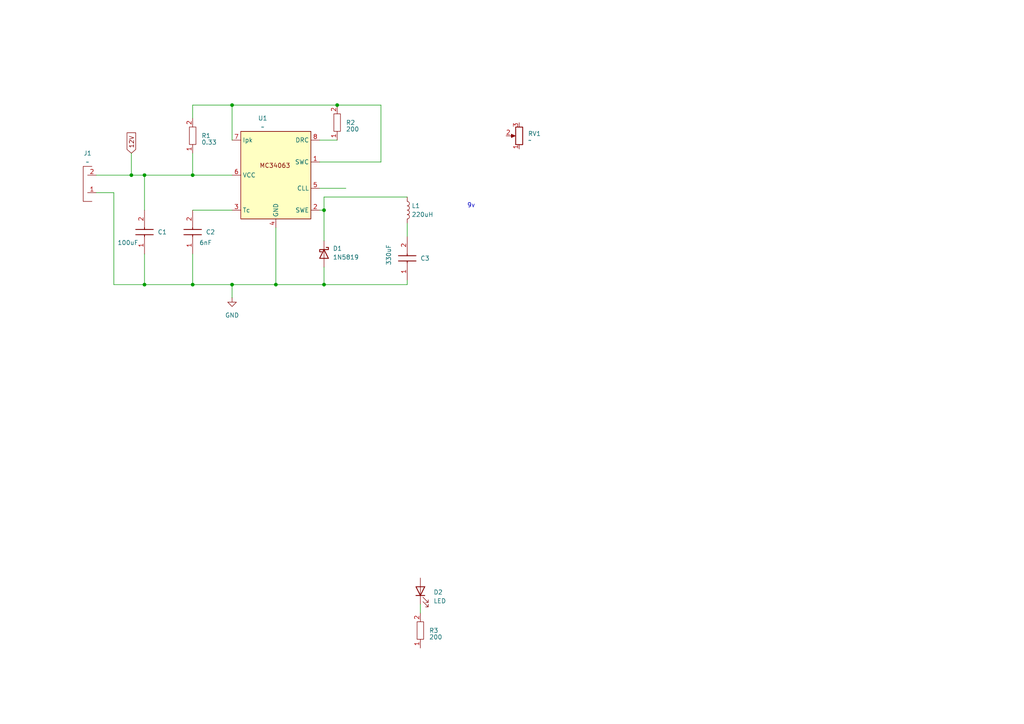
<source format=kicad_sch>
(kicad_sch (version 20250114) (generator "eeschema") (generator_version "9.0")
  (paper "A4")
  (lib_symbols
    (symbol "Device:L" (pin_numbers (hide yes)) (pin_names (offset 1.016) (hide yes))
      (property "Reference" "L" (at -1.27 0 90))
      (property "Value" "L" (at 1.905 0 90))
      (symbol "L_0_1"
        (arc (start 0 2.54) (mid 0.6323 1.905) (end 0 1.27))
        (arc (start 0 1.27) (mid 0.6323 0.635) (end 0 0))
        (arc (start 0 0) (mid 0.6323 -0.635) (end 0 -1.27))
        (arc (start 0 -1.27) (mid 0.6323 -1.905) (end 0 -2.54))
      )
      (symbol "L_1_1"
        (pin passive line (at 0 3.81 270) (length 1.27) (name "1") (number "1"))
        (pin passive line (at 0 -3.81 90) (length 1.27) (name "2") (number "2"))
      )
    )
    (symbol "My_Lib:1N5819" (pin_numbers (hide yes)) (pin_names (offset 1.016) (hide yes))
      (property "Reference" "D2" (at -0.3175 6.35 0))
      (property "Value" "1N5819" (at -0.3175 3.81 0))
      (symbol "1N5819_0_1"
        (polyline (pts (xy -1.905 0.635) (xy -1.905 1.27) (xy -1.27 1.27) (xy -1.27 -1.27) (xy -0.635 -1.27) (xy -0.635 -0.635)) (stroke (width 0.254)))
        (polyline (pts (xy 1.27 1.27) (xy 1.27 -1.27) (xy -1.27 0) (xy 1.27 1.27)) (stroke (width 0.254)))
        (polyline (pts (xy 1.27 0) (xy -1.27 0)))
      )
      (symbol "1N5819_1_1"
        (pin passive line (at -3.81 0 0) (length 2.54) (name "K") (number "1"))
        (pin passive line (at 3.81 0 180) (length 2.54) (name "A") (number "2"))
      )
    )
    (symbol "My_Lib:C - 564R60GAD10" (pin_names (hide yes))
      (property "Reference" "C" (at 5.334 6.858 0))
      (symbol "C - 564R60GAD10_1_1"
        (polyline (pts (xy 5.08 0) (xy 5.588 0)) (stroke (width 0.254)))
        (polyline (pts (xy 5.588 2.54) (xy 5.588 -2.54)) (stroke (width 0.254)))
        (polyline (pts (xy 7.112 2.54) (xy 7.112 -2.54)) (stroke (width 0.254)))
        (polyline (pts (xy 7.112 0) (xy 7.62 0)) (stroke (width 0.254)))
        (pin passive line (at 0 0 0) (length 5.08) (name "1") (number "1"))
        (pin passive line (at 12.7 0 180) (length 5.08) (name "2") (number "2"))
      )
    )
    (symbol "My_Lib:DC-DC MC34063"
      (property "Reference" "U" (at 13.97 1.524 0))
      (symbol "DC-DC MC34063_0_1"
        (rectangle (start 0 0) (end 20.32 -25.4))
      )
      (symbol "DC-DC MC34063_1_1"
        (text "MC34063" (at 9.906 -9.906 0) (effects (font (size 1.27 1.27))))
        (text_box "" (at 0 0 0) (size 20.32 -25.4) (margins 1.016 1.016 1.016 1.016) (fill (type color) (color 255 255 194 1)) (effects (font (size 1.27 1.27)) (justify left top)))
        (pin output line (at -2.54 -2.54 0) (length 2.54) (name "Ipk") (number "7"))
        (pin input line (at -2.54 -12.7 0) (length 2.54) (name "VCC") (number "6"))
        (pin passive line (at -2.54 -22.86 0) (length 2.54) (name "Tc") (number "3"))
        (pin passive line (at 10.16 -27.94 90) (length 2.54) (name "GND") (number "4"))
        (pin output line (at 22.86 -2.54 180) (length 2.54) (name "DRC") (number "8"))
        (pin output line (at 22.86 -8.89 180) (length 2.54) (name "SWC") (number "1"))
        (pin input line (at 22.86 -16.51 180) (length 2.54) (name "CLL") (number "5"))
        (pin output line (at 22.86 -22.86 180) (length 2.54) (name "SWE") (number "2"))
      )
    )
    (symbol "My_Lib:LED" (pin_numbers (hide yes)) (pin_names (offset 1.016) (hide yes))
      (property "Reference" "D3" (at -1.5875 -7.62 0))
      (property "Value" "LED" (at -1.5875 -5.08 0))
      (symbol "LED_0_1"
        (polyline (pts (xy -3.048 -0.762) (xy -4.572 -2.286) (xy -3.81 -2.286) (xy -4.572 -2.286) (xy -4.572 -1.524)))
        (polyline (pts (xy -1.778 -0.762) (xy -3.302 -2.286) (xy -2.54 -2.286) (xy -3.302 -2.286) (xy -3.302 -1.524)))
        (polyline (pts (xy -1.27 0) (xy 1.27 0)))
        (polyline (pts (xy -1.27 -1.27) (xy -1.27 1.27)) (stroke (width 0.254)))
        (polyline (pts (xy 1.27 -1.27) (xy 1.27 1.27) (xy -1.27 0) (xy 1.27 -1.27)) (stroke (width 0.254)))
      )
      (symbol "LED_1_1"
        (pin passive line (at -3.81 0 0) (length 2.54) (name "K") (number "1"))
        (pin passive line (at 3.81 0 180) (length 2.54) (name "A") (number "2"))
      )
    )
    (symbol "My_Lib:R - CF100-3K3-J-TB-070-62" (pin_names (offset 0.762))
      (property "Reference" "R" (at 6.604 3.048 0))
      (symbol "R - CF100-3K3-J-TB-070-62_0_1"
        (rectangle (start 5.08 0.9525) (end 10.16 -0.9525))
      )
      (symbol "R - CF100-3K3-J-TB-070-62_1_0"
        (pin passive line (at 2.54 0 0) (length 2.54) (name "~") (number "1"))
        (pin passive line (at 12.7 0 180) (length 2.54) (name "~") (number "2"))
      )
    )
    (symbol "My_Lib:R_Potentiometer" (pin_names (offset 1.016) (hide yes))
      (property "Reference" "RV1" (at -2.54 1.2701 0))
      (symbol "R_Potentiometer_0_1"
        (rectangle (start 1.016 2.54) (end -1.016 -2.54) (stroke (width 0.254)))
        (polyline (pts (xy 1.143 0) (xy 2.286 0.508) (xy 2.286 -0.508) (xy 1.143 0)) (fill (type outline)))
        (polyline (pts (xy 2.54 0) (xy 1.524 0)))
      )
      (symbol "R_Potentiometer_1_1"
        (pin passive line (at 0 3.81 270) (length 1.27) (name "1") (number "1"))
        (pin passive line (at 0 -3.81 90) (length 1.27) (name "3") (number "3"))
        (pin passive line (at 3.81 0 180) (length 1.27) (name "2") (number "2"))
      )
    )
    (symbol "My_Lib:TB-09A"
      (property "Reference" "J1" (at 8.89 -1.27 90))
      (property "Value" "~" (at 6.35 -1.27 90))
      (symbol "TB-09A_0_1"
        (polyline (pts (xy 5.08 -2.54) (xy 5.08 0) (xy -5.08 0) (xy -5.08 -2.54)))
      )
      (symbol "TB-09A_1_1"
        (pin power_in line (at -2.54 -3.81 90) (length 2.54) (name "") (number "1"))
        (pin power_in line (at 2.54 -3.81 90) (length 2.54) (name "") (number "2"))
      )
    )
    (symbol "power:GND" (power) (pin_numbers (hide yes)) (pin_names (offset 0) (hide yes))
      (property "Value" "GND" (at 0 -3.81 0))
      (symbol "GND_0_1"
        (polyline (pts (xy 0 0) (xy 0 -1.27) (xy 1.27 -1.27) (xy 0 -2.54) (xy -1.27 -1.27) (xy 0 -1.27)))
      )
      (symbol "GND_1_1"
        (pin power_in line (at 0 0 270) (length 0) (name "~") (number "1"))
      )
    )
  )
  (text "9v" (at 136.652 59.69 0) (effects (font (size 1.27 1.27))))
  (junction (at 41.91 50.8))
  (junction (at 67.31 30.48))
  (junction (at 67.31 82.55))
  (junction (at 55.88 82.55))
  (junction (at 93.98 82.55))
  (junction (at 38.1 50.8))
  (junction (at 97.79 30.48))
  (junction (at 93.98 60.96))
  (junction (at 41.91 82.55))
  (junction (at 55.88 50.8))
  (junction (at 80.01 82.55))
  (wire (pts (xy 80.01 82.55) (xy 93.98 82.55)))
  (wire (pts (xy 41.91 50.8) (xy 41.91 60.96)))
  (wire (pts (xy 67.31 86.36) (xy 67.31 82.55)))
  (wire (pts (xy 67.31 82.55) (xy 55.88 82.55)))
  (wire (pts (xy 93.98 77.47) (xy 93.98 82.55)))
  (wire (pts (xy 41.91 73.66) (xy 41.91 82.55)))
  (wire (pts (xy 92.71 40.64) (xy 97.79 40.64)))
  (wire (pts (xy 33.02 55.88) (xy 33.02 82.55)))
  (wire (pts (xy 121.92 175.26) (xy 121.92 177.8)))
  (wire (pts (xy 118.11 82.55) (xy 118.11 81.28)))
  (wire (pts (xy 67.31 50.8) (xy 55.88 50.8)))
  (wire (pts (xy 93.98 57.15) (xy 93.98 60.96)))
  (wire (pts (xy 55.88 30.48) (xy 55.88 34.29)))
  (wire (pts (xy 93.98 82.55) (xy 118.11 82.55)))
  (wire (pts (xy 33.02 82.55) (xy 41.91 82.55)))
  (wire (pts (xy 38.1 50.8) (xy 41.91 50.8)))
  (wire (pts (xy 92.71 46.99) (xy 110.49 46.99)))
  (wire (pts (xy 33.02 55.88) (xy 27.94 55.88)))
  (wire (pts (xy 27.94 50.8) (xy 38.1 50.8)))
  (wire (pts (xy 97.79 30.48) (xy 110.49 30.48)))
  (wire (pts (xy 38.1 44.45) (xy 38.1 50.8)))
  (wire (pts (xy 41.91 82.55) (xy 55.88 82.55)))
  (wire (pts (xy 93.98 60.96) (xy 93.98 69.85)))
  (wire (pts (xy 92.71 54.61) (xy 100.33 54.61)))
  (wire (pts (xy 93.98 60.96) (xy 92.71 60.96)))
  (wire (pts (xy 55.88 60.96) (xy 67.31 60.96)))
  (wire (pts (xy 67.31 30.48) (xy 97.79 30.48)))
  (wire (pts (xy 67.31 30.48) (xy 67.31 40.64)))
  (wire (pts (xy 80.01 66.04) (xy 80.01 82.55)))
  (wire (pts (xy 55.88 73.66) (xy 55.88 82.55)))
  (wire (pts (xy 55.88 44.45) (xy 55.88 50.8)))
  (wire (pts (xy 118.11 57.15) (xy 93.98 57.15)))
  (wire (pts (xy 80.01 82.55) (xy 67.31 82.55)))
  (wire (pts (xy 55.88 30.48) (xy 67.31 30.48)))
  (wire (pts (xy 118.11 64.77) (xy 118.11 68.58)))
  (wire (pts (xy 110.49 30.48) (xy 110.49 46.99)))
  (wire (pts (xy 55.88 50.8) (xy 41.91 50.8)))
  (global_label "12V" (shape input) (at 38.1 44.45 90) (property "Intersheetrefs" "${INTERSHEET_REFS}" (effects (hide yes))))
  (symbol (lib_id "My_Lib:C - 564R60GAD10") (at 55.88 73.66 90) (unit 1)
    (property "Reference" "C2" (at 59.69 67.3099 90) (effects (justify right)))
    (property "Value" "6nF" (at 61.468 71.12 90) (effects (justify left top)))
    (property "Footprint" "My_lib2:564R60GAD10" (effects (hide yes)))
    (property "Datasheet" "https://componentsearchengine.com/Datasheets/1/564R60GAD10.pdf" (effects (hide yes)))
    (property "Description" "Cap Ceramic Single 0.001uF 6000V Z5U 20% (10.2 X 6.9mm) Radial 9.5mm 105C Bulk" (effects (hide yes)))
    (property "Height" "10.2" (effects (hide yes)))
    (property "Manufacturer_Name" "Vishay" (effects (hide yes)))
    (property "Manufacturer_Part_Number" "564R60GAD10" (effects (hide yes)))
    (property "Mouser Part Number" "75-564R60GAD10" (effects (hide yes)))
    (property "Mouser Price/Stock" "https://www.mouser.co.uk/ProductDetail/Vishay/564R60GAD10?qs=xrnNvQC1SKQV3fR046g7Jg%3D%3D" (effects (hide yes)))
    (property "Arrow Part Number" "564R60GAD10" (effects (hide yes)))
    (property "Arrow Price/Stock" "https://www.arrow.com/en/products/564r60gad10/vishay?region=nac" (effects (hide yes)))
  )
  (symbol (lib_id "My_Lib:C - 564R60GAD10") (at 118.11 81.28 90) (unit 1)
    (property "Reference" "C3" (at 121.92 74.9299 90) (effects (justify right)))
    (property "Value" "330uF" (at 112.014 76.962 0) (effects (justify left top)))
    (property "Footprint" "My_lib2:564R60GAD10" (effects (hide yes)))
    (property "Datasheet" "https://componentsearchengine.com/Datasheets/1/564R60GAD10.pdf" (effects (hide yes)))
    (property "Description" "Cap Ceramic Single 0.001uF 6000V Z5U 20% (10.2 X 6.9mm) Radial 9.5mm 105C Bulk" (effects (hide yes)))
    (property "Height" "10.2" (effects (hide yes)))
    (property "Manufacturer_Name" "Vishay" (effects (hide yes)))
    (property "Manufacturer_Part_Number" "564R60GAD10" (effects (hide yes)))
    (property "Mouser Part Number" "75-564R60GAD10" (effects (hide yes)))
    (property "Mouser Price/Stock" "https://www.mouser.co.uk/ProductDetail/Vishay/564R60GAD10?qs=xrnNvQC1SKQV3fR046g7Jg%3D%3D" (effects (hide yes)))
    (property "Arrow Part Number" "564R60GAD10" (effects (hide yes)))
    (property "Arrow Price/Stock" "https://www.arrow.com/en/products/564r60gad10/vishay?region=nac" (effects (hide yes)))
  )
  (symbol (lib_id "My_Lib:TB-09A") (at 24.13 53.34 90) (unit 1)
    (property "Reference" "J1" (at 25.4 44.45 90))
    (property "Value" "~" (at 25.4 46.99 90))
    (property "Footprint" "My_lib2:TB-09A" (effects (hide yes)))
    (property "Description" "Винтовой разъем на плату" (effects (hide yes)))
  )
  (symbol (lib_id "Device:L") (at 118.11 60.96 0) (unit 1)
    (property "Reference" "L1" (at 119.38 59.6899 0) (effects (justify left)))
    (property "Value" "220uH" (at 119.38 62.2299 0) (effects (justify left)))
    (property "Description" "Inductor" (effects (hide yes)))
  )
  (symbol (lib_id "power:GND") (at 67.31 86.36 0) (unit 1)
    (property "Reference" "#PWR02" (effects (hide yes)))
    (property "Value" "GND" (at 67.31 91.44 0))
    (property "Description" "Power symbol creates a global label with name \"GND\" , ground" (effects (hide yes)))
  )
  (symbol (lib_id "My_Lib:R - CF100-3K3-J-TB-070-62") (at 55.88 46.99 90) (unit 1)
    (property "Reference" "R1" (at 58.42 39.3699 90) (effects (justify right)))
    (property "Value" "0.33" (at 58.42 41.275 90) (effects (justify right)))
    (property "Footprint" "RESAD2700W60L1100D400" (effects (hide yes)))
    (property "Description" "CF100-3K3-J-TB-070-62 CARBON FILM FIXED RESISTOR, 1.0(1W)" (effects (hide yes)))
    (property "Description_1" "CARBON FILM FIXED RESISTOR, 1.0(1W)" (effects (hide yes)))
    (property "Manufacturer_Name" "HKR" (effects (hide yes)))
    (property "Manufacturer_Part_Number" "CF100-3K3-J-TB-070-62" (effects (hide yes)))
  )
  (symbol (lib_id "My_Lib:R_Potentiometer") (at 150.5863 39.4067 180) (unit 1)
    (property "Reference" "RV1" (at 153.1263 38.7716 0) (effects (justify right)))
    (property "Value" "~" (at 153.1263 40.6767 0) (effects (justify right)))
    (property "Description" "Potentiometer" (effects (hide yes)))
  )
  (symbol (lib_id "My_Lib:DC-DC MC34063") (at 69.85 38.1 0) (unit 1)
    (property "Reference" "U1" (at 76.2 34.29 0))
    (property "Value" "~" (at 76.2 36.83 0))
    (property "Footprint" "My_lib2:8-DIP" (effects (hide yes)))
    (property "Datasheet" "https://cdn.promelec.ru/upload/datasheet/4/5/20141028023102991.pdf" (effects (hide yes)))
  )
  (symbol (lib_id "My_Lib:1N5819") (at 93.98 73.66 270) (unit 1)
    (property "Reference" "D1" (at 96.52 72.0724 90) (effects (justify left)))
    (property "Value" "1N5819" (at 96.52 74.6124 90) (effects (justify left)))
    (property "Footprint" "Diode_THT:D_DO-35_SOD27_P7.62mm_Horizontal" (effects (hide yes)))
    (property "Datasheet" "https://www.microsemi.com/document-portal/doc_download/8865-lds-0040-datasheet" (effects (hide yes)))
    (property "Description" "70V 33mA Schottky diode, DO-35" (effects (hide yes)))
  )
  (symbol (lib_id "My_Lib:LED") (at 121.92 171.45 90) (unit 1)
    (property "Reference" "D2" (at 125.73 171.7674 90) (effects (justify right)))
    (property "Value" "LED" (at 125.73 174.3074 90) (effects (justify right)))
    (property "Description" "Light emitting diode" (effects (hide yes)))
    (property "Sim.Pins" "1=K 2=A" (effects (hide yes)))
  )
  (symbol (lib_id "My_Lib:C - 564R60GAD10") (at 41.91 73.66 90) (unit 1)
    (property "Reference" "C1" (at 45.72 67.3099 90) (effects (justify right)))
    (property "Value" "100uF" (at 40.132 71.12 90) (effects (justify left top)))
    (property "Footprint" "My_lib2:564R60GAD10" (effects (hide yes)))
    (property "Datasheet" "https://componentsearchengine.com/Datasheets/1/564R60GAD10.pdf" (effects (hide yes)))
    (property "Description" "Cap Ceramic Single 0.001uF 6000V Z5U 20% (10.2 X 6.9mm) Radial 9.5mm 105C Bulk" (effects (hide yes)))
    (property "Height" "10.2" (effects (hide yes)))
    (property "Manufacturer_Name" "Vishay" (effects (hide yes)))
    (property "Manufacturer_Part_Number" "564R60GAD10" (effects (hide yes)))
    (property "Mouser Part Number" "75-564R60GAD10" (effects (hide yes)))
    (property "Mouser Price/Stock" "https://www.mouser.co.uk/ProductDetail/Vishay/564R60GAD10?qs=xrnNvQC1SKQV3fR046g7Jg%3D%3D" (effects (hide yes)))
    (property "Arrow Part Number" "564R60GAD10" (effects (hide yes)))
    (property "Arrow Price/Stock" "https://www.arrow.com/en/products/564r60gad10/vishay?region=nac" (effects (hide yes)))
  )
  (symbol (lib_id "My_Lib:R - CF100-3K3-J-TB-070-62") (at 97.79 43.18 90) (unit 1)
    (property "Reference" "R2" (at 100.33 35.5599 90) (effects (justify right)))
    (property "Value" "200" (at 100.33 37.465 90) (effects (justify right)))
    (property "Footprint" "RESAD2700W60L1100D400" (effects (hide yes)))
    (property "Description" "CF100-3K3-J-TB-070-62 CARBON FILM FIXED RESISTOR, 1.0(1W)" (effects (hide yes)))
    (property "Description_1" "CARBON FILM FIXED RESISTOR, 1.0(1W)" (effects (hide yes)))
    (property "Manufacturer_Name" "HKR" (effects (hide yes)))
    (property "Manufacturer_Part_Number" "CF100-3K3-J-TB-070-62" (effects (hide yes)))
  )
  (symbol (lib_id "My_Lib:R - CF100-3K3-J-TB-070-62") (at 121.92 190.5 90) (unit 1)
    (property "Reference" "R3" (at 124.46 182.8799 90) (effects (justify right)))
    (property "Value" "200" (at 124.46 184.785 90) (effects (justify right)))
    (property "Footprint" "RESAD2700W60L1100D400" (effects (hide yes)))
    (property "Description" "CF100-3K3-J-TB-070-62 CARBON FILM FIXED RESISTOR, 1.0(1W)" (effects (hide yes)))
    (property "Description_1" "CARBON FILM FIXED RESISTOR, 1.0(1W)" (effects (hide yes)))
    (property "Manufacturer_Name" "HKR" (effects (hide yes)))
    (property "Manufacturer_Part_Number" "CF100-3K3-J-TB-070-62" (effects (hide yes)))
  )
)
</source>
